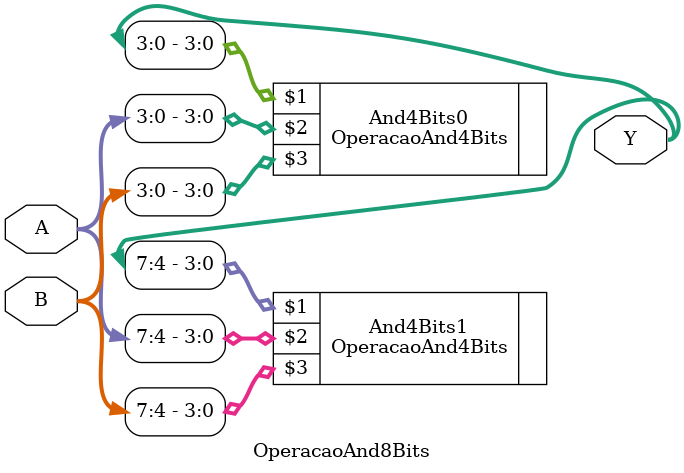
<source format=v>
module OperacaoAnd8Bits(
    input [7:0] A,    // Entrada A de 8 bits
    input [7:0] B,    // Entrada B de 8 bits
    output [7:0] Y    // Saída Y de 8 bits
);
    // Instanciando dois módulos de OperacaoAnd4Bits
    OperacaoAnd4Bits And4Bits0(Y[3:0], A[3:0], B[3:0]);   // Operação AND para os 4 bits inferiores
    OperacaoAnd4Bits And4Bits1(Y[7:4], A[7:4], B[7:4]);   // Operação AND para os 4 bits superiores
endmodule

</source>
